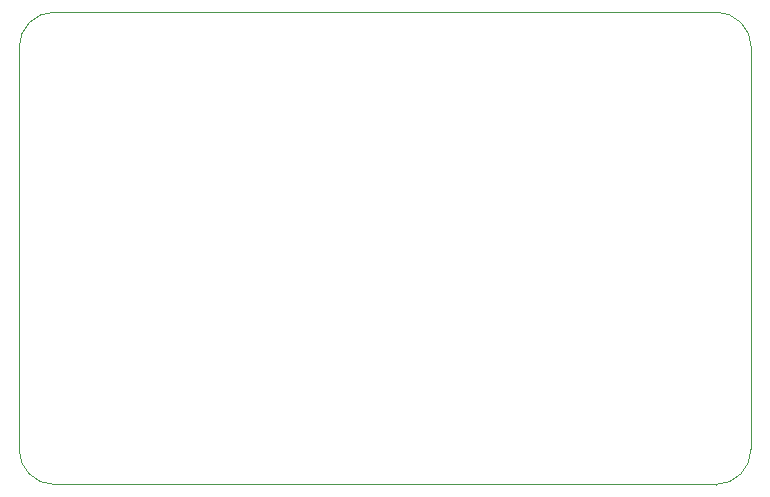
<source format=gko>
G04*
G04 #@! TF.GenerationSoftware,Altium Limited,Altium Designer,19.0.5 (141)*
G04*
G04 Layer_Color=16711935*
%FSAX25Y25*%
%MOIN*%
G70*
G01*
G75*
%ADD13C,0.00394*%
D13*
X0366179Y0275590D02*
G03*
X0354368Y0263779I0000000J-0011811D01*
G01*
X0598425D02*
G03*
X0586614Y0275590I-0011811J0000000D01*
G01*
X0586578Y0118074D02*
G03*
X0598389Y0129950I-0000065J0011876D01*
G01*
X0354331Y0129921D02*
G03*
X0366142Y0118110I0011811J0000000D01*
G01*
X0354331Y0129921D02*
Y0263742D01*
X0354368Y0263779D01*
X0366179Y0275590D02*
X0586614D01*
X0598425Y0263779D02*
X0598425Y0129950D01*
X0598389D02*
X0598425D01*
X0586578Y0118074D02*
X0586614Y0118110D01*
X0366142D02*
X0586614D01*
M02*

</source>
